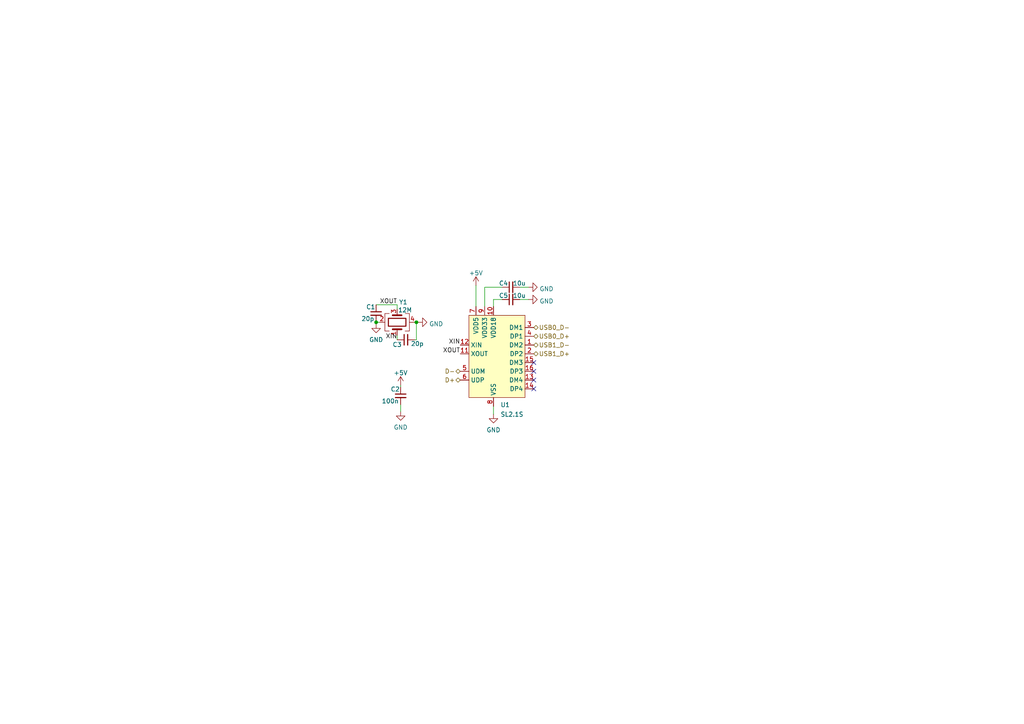
<source format=kicad_sch>
(kicad_sch (version 20230121) (generator eeschema)
  (paper "A4")
  (lib_symbols
    (symbol "Device:C_Small" (pin_numbers hide) (pin_names (offset 0.254) hide)
      (property "Reference" "C" (at 0.254 1.778 0))
      (property "Value" "C_Small" (at 0.254 -2.032 0))
      (symbol "C_Small_0_1"
        (polyline (pts (xy -1.524 -0.508) (xy 1.524 -0.508)) (stroke (width 0.3302)))
        (polyline (pts (xy -1.524 0.508) (xy 1.524 0.508)) (stroke (width 0.3048)))
      )
      (symbol "C_Small_1_1"
        (pin passive line (at 0 2.54 270) (length 2.032) (name "~") (number "1"))
        (pin passive line (at 0 -2.54 90) (length 2.032) (name "~") (number "2"))
      )
    )
    (symbol "Device:Crystal_GND24" (pin_names (offset 1.016) hide)
      (property "Reference" "Y" (at 3.175 5.08 0))
      (property "Value" "Crystal_GND24" (at 3.175 3.175 0))
      (symbol "Crystal_GND24_0_1"
        (rectangle (start -1.143 2.54) (end 1.143 -2.54) (stroke (width 0.3048)))
        (polyline (pts (xy -2.54 0) (xy -2.032 0)))
        (polyline (pts (xy -2.032 -1.27) (xy -2.032 1.27)) (stroke (width 0.508)))
        (polyline (pts (xy 0 -3.81) (xy 0 -3.556)))
        (polyline (pts (xy 0 3.556) (xy 0 3.81)))
        (polyline (pts (xy 2.032 -1.27) (xy 2.032 1.27)) (stroke (width 0.508)))
        (polyline (pts (xy 2.032 0) (xy 2.54 0)))
        (polyline (pts (xy -2.54 -2.286) (xy -2.54 -3.556) (xy 2.54 -3.556) (xy 2.54 -2.286)))
        (polyline (pts (xy -2.54 2.286) (xy -2.54 3.556) (xy 2.54 3.556) (xy 2.54 2.286)))
      )
      (symbol "Crystal_GND24_1_1"
        (pin passive line (at -3.81 0 0) (length 1.27) (name "1") (number "1"))
        (pin passive line (at 0 5.08 270) (length 1.27) (name "2") (number "2"))
        (pin passive line (at 3.81 0 180) (length 1.27) (name "3") (number "3"))
        (pin passive line (at 0 -5.08 90) (length 1.27) (name "4") (number "4"))
      )
    )
    (symbol "MyLib:SL2.1S"
      (property "Reference" "U" (at 5.08 13.716 0))
      (property "Value" "SL2.1S" (at -11.684 15.24 0))
      (symbol "SL2.1S_0_1"
        (rectangle (start -8.636 12.192) (end 7.62 -11.684) (stroke (width 0.1524)) (fill (type background)))
      )
      (symbol "SL2.1S_1_1"
        (pin bidirectional line (at 10.16 3.556 180) (length 2.54) (name "DM2") (number "1"))
        (pin power_in line (at -1.524 14.732 270) (length 2.54) (name "VDD18") (number "10"))
        (pin input line (at -11.176 1.016 0) (length 2.54) (name "XOUT") (number "11"))
        (pin input line (at -11.176 3.556 0) (length 2.54) (name "XIN") (number "12"))
        (pin bidirectional line (at 10.16 -6.604 180) (length 2.54) (name "DM4") (number "13"))
        (pin bidirectional line (at 10.16 -9.144 180) (length 2.54) (name "DP4") (number "14"))
        (pin bidirectional line (at 10.16 -1.524 180) (length 2.54) (name "DM3") (number "15"))
        (pin bidirectional line (at 10.16 -4.064 180) (length 2.54) (name "DP3") (number "16"))
        (pin bidirectional line (at 10.16 1.016 180) (length 2.54) (name "DP2") (number "2"))
        (pin bidirectional line (at 10.16 8.636 180) (length 2.54) (name "DM1") (number "3"))
        (pin bidirectional line (at 10.16 6.096 180) (length 2.54) (name "DP1") (number "4"))
        (pin bidirectional line (at -11.176 -4.064 0) (length 2.54) (name "UDM") (number "5"))
        (pin bidirectional line (at -11.176 -6.604 0) (length 2.54) (name "UDP") (number "6"))
        (pin power_in line (at -6.604 14.732 270) (length 2.54) (name "VDD5") (number "7"))
        (pin power_in line (at -1.524 -14.224 90) (length 2.54) (name "VSS") (number "8"))
        (pin power_in line (at -4.064 14.732 270) (length 2.54) (name "VDD33") (number "9"))
      )
    )
    (symbol "power:+5V" (power) (pin_names (offset 0))
      (property "Value" "+5V" (at 0 3.556 0))
      (symbol "+5V_0_1"
        (polyline (pts (xy -0.762 1.27) (xy 0 2.54)))
        (polyline (pts (xy 0 0) (xy 0 2.54)))
        (polyline (pts (xy 0 2.54) (xy 0.762 1.27)))
      )
      (symbol "+5V_1_1"
        (pin power_in line (at 0 0 90) (length 0) hide (name "+5V") (number "1"))
      )
    )
    (symbol "power:GND" (power) (pin_names (offset 0))
      (property "Value" "GND" (at 0 -3.81 0))
      (symbol "GND_0_1"
        (polyline (pts (xy 0 0) (xy 0 -1.27) (xy 1.27 -1.27) (xy 0 -2.54) (xy -1.27 -1.27) (xy 0 -1.27)))
      )
      (symbol "GND_1_1"
        (pin power_in line (at 0 0 270) (length 0) hide (name "GND") (number "1"))
      )
    )
  )
  (junction (at 120.777 93.472))
  (junction (at 109.093 93.472))
  (no_connect (at 154.813 110.236))
  (no_connect (at 154.813 112.776))
  (no_connect (at 154.813 107.696))
  (no_connect (at 154.813 105.156))
  (wire (pts (xy 145.669 83.312) (xy 140.589 83.312)))
  (wire (pts (xy 143.129 117.856) (xy 143.129 120.142)))
  (wire (pts (xy 138.049 82.804) (xy 138.049 88.9)))
  (wire (pts (xy 143.129 86.868) (xy 145.669 86.868)))
  (wire (pts (xy 150.749 83.312) (xy 153.289 83.312)))
  (wire (pts (xy 150.749 86.868) (xy 153.289 86.868)))
  (wire (pts (xy 109.093 93.472) (xy 110.109 93.472)))
  (wire (pts (xy 120.269 93.472) (xy 120.777 93.472)))
  (wire (pts (xy 115.189 97.282) (xy 115.189 98.552)))
  (wire (pts (xy 120.777 93.472) (xy 121.285 93.472)))
  (wire (pts (xy 115.189 88.392) (xy 115.189 89.662)))
  (wire (pts (xy 109.093 93.472) (xy 109.093 93.98)))
  (wire (pts (xy 116.205 111.76) (xy 116.205 112.268)))
  (wire (pts (xy 120.777 98.552) (xy 120.777 93.472)))
  (wire (pts (xy 120.269 98.552) (xy 120.777 98.552)))
  (wire (pts (xy 116.205 117.348) (xy 116.205 119.38)))
  (wire (pts (xy 143.129 88.9) (xy 143.129 86.868)))
  (wire (pts (xy 140.589 83.312) (xy 140.589 88.9)))
  (wire (pts (xy 109.093 88.392) (xy 115.189 88.392)))
  (label "XIN" (at 115.189 98.552 180))
  (label "XOUT" (at 115.189 88.392 180))
  (label "XOUT" (at 133.477 102.616 180))
  (label "XIN" (at 133.477 100.076 180))
  (hierarchical_label "D+" (shape bidirectional) (at 133.477 110.236 180))
  (hierarchical_label "USB1_D+" (shape bidirectional) (at 154.813 102.616 0))
  (hierarchical_label "USB0_D-" (shape bidirectional) (at 154.813 94.996 0))
  (hierarchical_label "USB0_D+" (shape bidirectional) (at 154.813 97.536 0))
  (hierarchical_label "USB1_D-" (shape bidirectional) (at 154.813 100.076 0))
  (hierarchical_label "D-" (shape bidirectional) (at 133.477 107.696 180))
  (symbol (lib_id "Device:Crystal_GND24") (at 115.189 93.472 90) (unit 1)
    (property "Reference" "Y1" (at 116.967 87.63 90))
    (property "Value" "12M" (at 117.475 89.916 90))
    (property "Footprint" "Crystal:Crystal_SMD_3225-4Pin_3.2x2.5mm" (effects hide))
  )
  (symbol (lib_id "Device:C_Small") (at 109.093 90.932 0) (unit 1)
    (property "Reference" "C1" (at 106.172 89.027 0) (effects (justify left)))
    (property "Value" "20p" (at 108.585 92.456 0) (effects (justify right)))
    (property "Footprint" "Capacitor_SMD:C_0603_1608Metric" (effects hide))
    (instances (project "USB2UART" (path "" (reference "C1") (unit 1))) (project "USB2XXX" (path "" (reference "C21") (unit 1))))
  )
  (symbol (lib_id "power:GND") (at 153.289 86.868 90) (unit 1)
    (property "Reference" "#PWR012" (effects hide))
    (property "Value" "GND" (at 156.464 87.347 90) (effects (justify right)))
    (instances (project "USB2UART" (path "" (reference "#PWR012") (unit 1))) (project "USB2XXX" (path "" (reference "#PWR067") (unit 1))))
  )
  (symbol (lib_id "power:GND") (at 109.093 93.98 0) (unit 1)
    (property "Reference" "#PWR05" (effects hide))
    (property "Value" "GND" (at 109.093 98.5425 0))
    (instances (project "USB2UART" (path "" (reference "#PWR05") (unit 1))) (project "USB2XXX" (path "" (reference "#PWR069") (unit 1))))
  )
  (symbol (lib_id "power:+5V") (at 138.049 82.804 0) (unit 1)
    (property "Reference" "#PWR09" (effects hide))
    (property "Value" "+5V" (at 138.049 79.1995 0))
    (instances (project "USB2UART" (path "" (reference "#PWR09") (unit 1))) (project "USB2XXX" (path "" (reference "#PWR065") (unit 1))))
  )
  (symbol (lib_id "power:GND") (at 143.129 120.142 0) (unit 1)
    (property "Reference" "#PWR010" (effects hide))
    (property "Value" "GND" (at 143.129 124.7045 0))
    (instances (project "USB2UART" (path "" (reference "#PWR010") (unit 1))) (project "USB2XXX" (path "" (reference "#PWR072") (unit 1))))
  )
  (symbol (lib_id "power:GND") (at 121.285 93.472 90) (unit 1)
    (property "Reference" "#PWR08" (effects hide))
    (property "Value" "GND" (at 124.46 93.951 90) (effects (justify right)))
    (instances (project "USB2UART" (path "" (reference "#PWR08") (unit 1))) (project "USB2XXX" (path "" (reference "#PWR068") (unit 1))))
  )
  (symbol (lib_id "Device:C_Small") (at 148.209 83.312 90) (unit 1)
    (property "Reference" "C4" (at 146.05 82.169 90))
    (property "Value" "10u" (at 150.622 82.169 90))
    (property "Footprint" "Capacitor_SMD:C_0603_1608Metric" (effects hide))
    (instances (project "USB2UART" (path "" (reference "C4") (unit 1))) (project "USB2XXX" (path "" (reference "C19") (unit 1))))
  )
  (symbol (lib_id "power:+5V") (at 116.205 111.76 0) (unit 1)
    (property "Reference" "#PWR06" (effects hide))
    (property "Value" "+5V" (at 116.205 108.1555 0))
    (instances (project "USB2UART" (path "" (reference "#PWR06") (unit 1))) (project "USB2XXX" (path "" (reference "#PWR070") (unit 1))))
  )
  (symbol (lib_id "MyLib:SL2.1S") (at 144.653 103.632 0) (unit 1)
    (property "Reference" "U1" (at 145.1484 117.4147 0) (effects (justify left)))
    (property "Value" "SL2.1S" (at 145.1484 120.1898 0) (effects (justify left)))
    (property "Footprint" "EXTRA IC:SL2.1S-SSOP-16" (effects hide))
    (instances (project "USB2UART" (path "" (reference "U1") (unit 1))) (project "USB2XXX" (path "" (reference "U6") (unit 1))))
  )
  (symbol (lib_id "power:GND") (at 116.205 119.38 0) (unit 1)
    (property "Reference" "#PWR07" (effects hide))
    (property "Value" "GND" (at 116.205 123.9425 0))
    (instances (project "USB2UART" (path "" (reference "#PWR07") (unit 1))) (project "USB2XXX" (path "" (reference "#PWR071") (unit 1))))
  )
  (symbol (lib_id "power:GND") (at 153.289 83.312 90) (unit 1)
    (property "Reference" "#PWR011" (effects hide))
    (property "Value" "GND" (at 156.464 83.791 90) (effects (justify right)))
    (instances (project "USB2UART" (path "" (reference "#PWR011") (unit 1))) (project "USB2XXX" (path "" (reference "#PWR066") (unit 1))))
  )
  (symbol (lib_id "Device:C_Small") (at 148.209 86.868 90) (unit 1)
    (property "Reference" "C5" (at 146.05 85.725 90))
    (property "Value" "10u" (at 150.622 85.725 90))
    (property "Footprint" "Capacitor_SMD:C_0603_1608Metric" (effects hide))
    (instances (project "USB2UART" (path "" (reference "C5") (unit 1))) (project "USB2XXX" (path "" (reference "C20") (unit 1))))
  )
  (symbol (lib_id "Device:C_Small") (at 116.205 114.808 0) (unit 1)
    (property "Reference" "C2" (at 113.284 112.903 0) (effects (justify left)))
    (property "Value" "100n" (at 115.697 116.332 0) (effects (justify right)))
    (property "Footprint" "Capacitor_SMD:C_0603_1608Metric" (effects hide))
    (instances (project "USB2UART" (path "" (reference "C2") (unit 1))) (project "USB2XXX" (path "" (reference "C23") (unit 1))))
  )
  (symbol (lib_id "Device:C_Small") (at 117.729 98.552 90) (unit 1)
    (property "Reference" "C3" (at 115.189 99.949 90))
    (property "Value" "20p" (at 121.031 99.695 90))
    (property "Footprint" "Capacitor_SMD:C_0603_1608Metric" (effects hide))
    (instances (project "USB2UART" (path "" (reference "C3") (unit 1))) (project "USB2XXX" (path "" (reference "C22") (unit 1))))
  )
)
</source>
